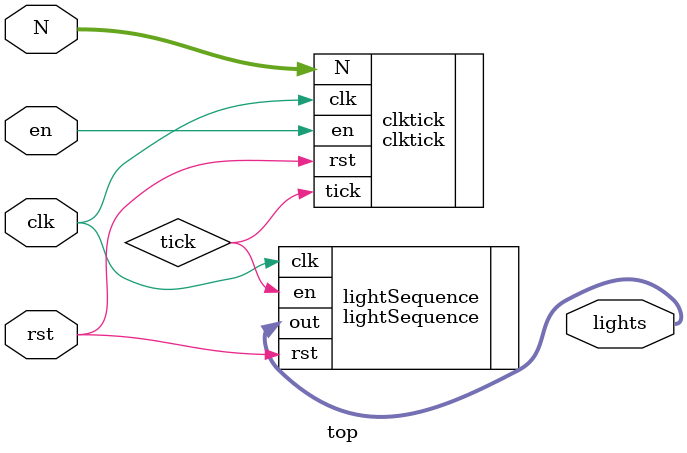
<source format=sv>
module top(
    input  logic             clk,      // clock 
    input  logic             rst,      // reset
    input  logic             en,       // enable signal
    input  logic [7:0]       N,     	 // clock divided by N+1
    output logic [7:0]       lights      // tick output
);

logic tick;

clktick clktick(
    .clk(clk),
    .rst(rst),
    .en(en),
    .N(N),
    .tick(tick)
);

lightSequence lightSequence(
    .clk(clk),
    .rst(rst),
    .en(tick),
    .out(lights)
);

endmodule

</source>
